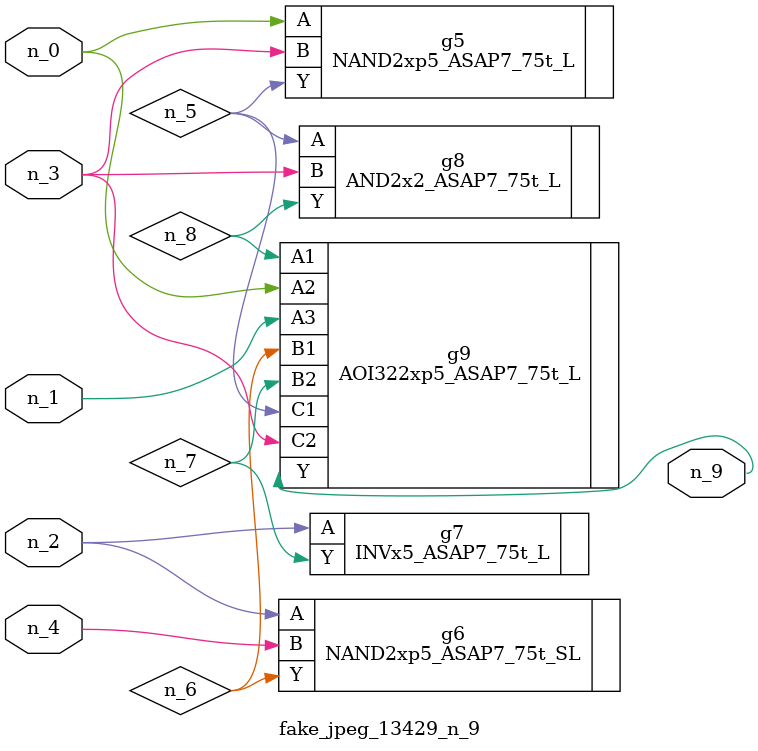
<source format=v>
module fake_jpeg_13429_n_9 (n_3, n_2, n_1, n_0, n_4, n_9);

input n_3;
input n_2;
input n_1;
input n_0;
input n_4;

output n_9;

wire n_8;
wire n_6;
wire n_5;
wire n_7;

NAND2xp5_ASAP7_75t_L g5 ( 
.A(n_0),
.B(n_3),
.Y(n_5)
);

NAND2xp5_ASAP7_75t_SL g6 ( 
.A(n_2),
.B(n_4),
.Y(n_6)
);

INVx5_ASAP7_75t_L g7 ( 
.A(n_2),
.Y(n_7)
);

AND2x2_ASAP7_75t_L g8 ( 
.A(n_5),
.B(n_3),
.Y(n_8)
);

AOI322xp5_ASAP7_75t_L g9 ( 
.A1(n_8),
.A2(n_0),
.A3(n_1),
.B1(n_6),
.B2(n_7),
.C1(n_5),
.C2(n_3),
.Y(n_9)
);


endmodule
</source>
